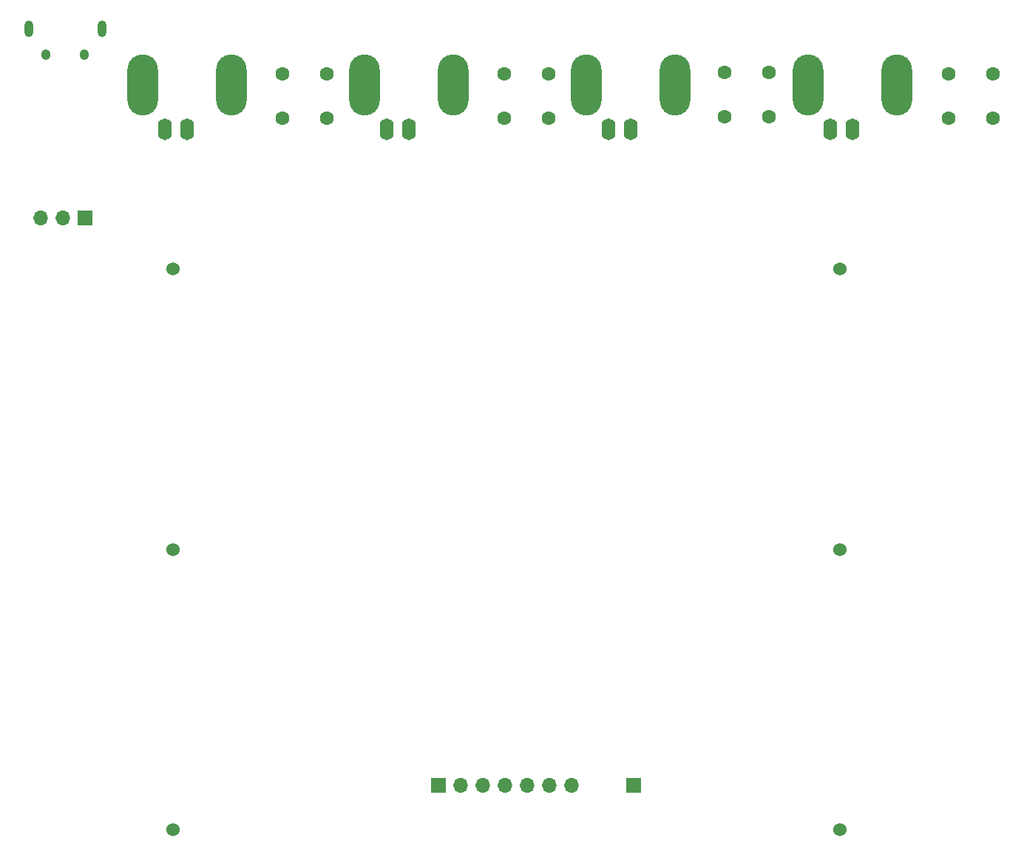
<source format=gbr>
%TF.GenerationSoftware,KiCad,Pcbnew,7.0.5-4d25ed1034~172~ubuntu22.04.1*%
%TF.CreationDate,2023-06-01T08:36:11-04:00*%
%TF.ProjectId,trigger-board,74726967-6765-4722-9d62-6f6172642e6b,rev?*%
%TF.SameCoordinates,Original*%
%TF.FileFunction,Soldermask,Bot*%
%TF.FilePolarity,Negative*%
%FSLAX46Y46*%
G04 Gerber Fmt 4.6, Leading zero omitted, Abs format (unit mm)*
G04 Created by KiCad (PCBNEW 7.0.5-4d25ed1034~172~ubuntu22.04.1) date 2023-06-01 08:36:11*
%MOMM*%
%LPD*%
G01*
G04 APERTURE LIST*
%ADD10C,1.600200*%
%ADD11R,1.700000X1.700000*%
%ADD12O,1.700000X1.700000*%
%ADD13O,1.000000X1.900000*%
%ADD14O,1.050000X1.250000*%
%ADD15O,1.600000X2.500000*%
%ADD16O,3.500000X7.000000*%
%ADD17C,1.524000*%
G04 APERTURE END LIST*
D10*
%TO.C,SW1*%
X62524000Y-54108800D03*
X67604000Y-54108800D03*
X62524000Y-49028800D03*
X67604000Y-49028800D03*
%TD*%
D11*
%TO.C,J6*%
X80401000Y-130607800D03*
D12*
X82941000Y-130607800D03*
X85481000Y-130607800D03*
X88021000Y-130607800D03*
X90561000Y-130607800D03*
X93101000Y-130607800D03*
X95641000Y-130607800D03*
%TD*%
D13*
%TO.C,J5*%
X41855000Y-43869000D03*
D14*
X39905000Y-46869000D03*
X35455000Y-46869000D03*
D13*
X33505000Y-43869000D03*
%TD*%
D15*
%TO.C,J2*%
X77002000Y-55378800D03*
D16*
X71922000Y-50298800D03*
D15*
X74462000Y-55378800D03*
D16*
X82082000Y-50298800D03*
%TD*%
D10*
%TO.C,SW2*%
X87924000Y-54108800D03*
X93004000Y-54108800D03*
X87924000Y-49028800D03*
X93004000Y-49028800D03*
%TD*%
%TO.C,SW3*%
X113197000Y-53981800D03*
X118277000Y-53981800D03*
X113197000Y-48901800D03*
X118277000Y-48901800D03*
%TD*%
D15*
%TO.C,J3*%
X102402000Y-55378800D03*
D16*
X97322000Y-50298800D03*
D15*
X99862000Y-55378800D03*
D16*
X107482000Y-50298800D03*
%TD*%
D17*
%TO.C,N1*%
X126405000Y-71380800D03*
X50005000Y-71380800D03*
X126405000Y-103530800D03*
X50005000Y-103530800D03*
X126405000Y-135680800D03*
X50005000Y-135680800D03*
%TD*%
D15*
%TO.C,J4*%
X127802000Y-55378800D03*
D16*
X122722000Y-50298800D03*
D15*
X125262000Y-55378800D03*
D16*
X132882000Y-50298800D03*
%TD*%
D11*
%TO.C,JP1*%
X39918000Y-65538800D03*
D12*
X37378000Y-65538800D03*
X34838000Y-65538800D03*
%TD*%
D11*
%TO.C,AE1*%
X102743000Y-130556000D03*
%TD*%
D10*
%TO.C,SW4*%
X138851000Y-54108800D03*
X143931000Y-54108800D03*
X138851000Y-49028800D03*
X143931000Y-49028800D03*
%TD*%
D15*
%TO.C,J1*%
X51602000Y-55378800D03*
D16*
X46522000Y-50298800D03*
D15*
X49062000Y-55378800D03*
D16*
X56682000Y-50298800D03*
%TD*%
M02*

</source>
